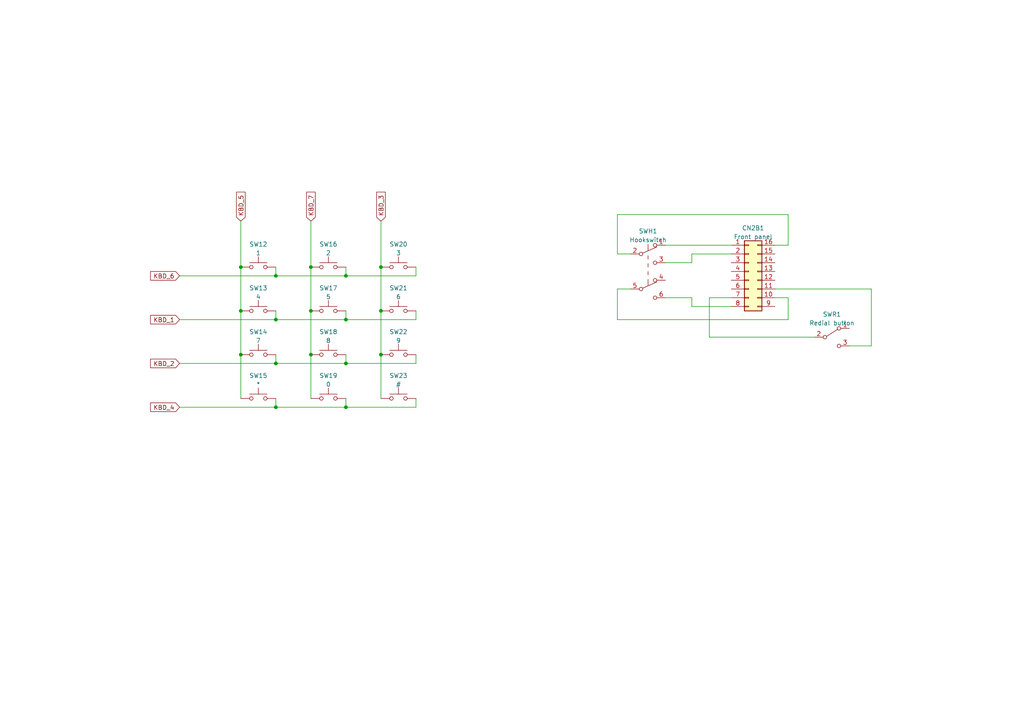
<source format=kicad_sch>
(kicad_sch (version 20231120) (generator "eeschema") (generator_version "8.0")
  (paper "A4")
  (lib_symbols
    (symbol "Connector_Generic:Conn_02x08_Counter_Clockwise" (pin_names (offset 1.016) hide)
      (property "Reference" "J" (at 1.27 10.16 0))
      (property "Value" "Conn_02x08_Counter_Clockwise" (at 1.27 -12.7 0))
      (symbol "Conn_02x08_Counter_Clockwise_1_1"
        (rectangle (start -1.27 -10.033) (end 0 -10.287) (stroke (width 0.1524)))
        (rectangle (start -1.27 -7.493) (end 0 -7.747) (stroke (width 0.1524)))
        (rectangle (start -1.27 -4.953) (end 0 -5.207) (stroke (width 0.1524)))
        (rectangle (start -1.27 -2.413) (end 0 -2.667) (stroke (width 0.1524)))
        (rectangle (start -1.27 0.127) (end 0 -0.127) (stroke (width 0.1524)))
        (rectangle (start -1.27 2.667) (end 0 2.413) (stroke (width 0.1524)))
        (rectangle (start -1.27 5.207) (end 0 4.953) (stroke (width 0.1524)))
        (rectangle (start -1.27 7.747) (end 0 7.493) (stroke (width 0.1524)))
        (rectangle (start -1.27 8.89) (end 3.81 -11.43) (stroke (width 0.254)) (fill (type background)))
        (rectangle (start 3.81 -10.033) (end 2.54 -10.287) (stroke (width 0.1524)))
        (rectangle (start 3.81 -7.493) (end 2.54 -7.747) (stroke (width 0.1524)))
        (rectangle (start 3.81 -4.953) (end 2.54 -5.207) (stroke (width 0.1524)))
        (rectangle (start 3.81 -2.413) (end 2.54 -2.667) (stroke (width 0.1524)))
        (rectangle (start 3.81 0.127) (end 2.54 -0.127) (stroke (width 0.1524)))
        (rectangle (start 3.81 2.667) (end 2.54 2.413) (stroke (width 0.1524)))
        (rectangle (start 3.81 5.207) (end 2.54 4.953) (stroke (width 0.1524)))
        (rectangle (start 3.81 7.747) (end 2.54 7.493) (stroke (width 0.1524)))
        (pin passive line (at -5.08 7.62 0) (length 3.81) (name "Pin_1") (number "1"))
        (pin passive line (at 7.62 -7.62 180) (length 3.81) (name "Pin_10") (number "10"))
        (pin passive line (at 7.62 -5.08 180) (length 3.81) (name "Pin_11") (number "11"))
        (pin passive line (at 7.62 -2.54 180) (length 3.81) (name "Pin_12") (number "12"))
        (pin passive line (at 7.62 0 180) (length 3.81) (name "Pin_13") (number "13"))
        (pin passive line (at 7.62 2.54 180) (length 3.81) (name "Pin_14") (number "14"))
        (pin passive line (at 7.62 5.08 180) (length 3.81) (name "Pin_15") (number "15"))
        (pin passive line (at 7.62 7.62 180) (length 3.81) (name "Pin_16") (number "16"))
        (pin passive line (at -5.08 5.08 0) (length 3.81) (name "Pin_2") (number "2"))
        (pin passive line (at -5.08 2.54 0) (length 3.81) (name "Pin_3") (number "3"))
        (pin passive line (at -5.08 0 0) (length 3.81) (name "Pin_4") (number "4"))
        (pin passive line (at -5.08 -2.54 0) (length 3.81) (name "Pin_5") (number "5"))
        (pin passive line (at -5.08 -5.08 0) (length 3.81) (name "Pin_6") (number "6"))
        (pin passive line (at -5.08 -7.62 0) (length 3.81) (name "Pin_7") (number "7"))
        (pin passive line (at -5.08 -10.16 0) (length 3.81) (name "Pin_8") (number "8"))
        (pin passive line (at 7.62 -10.16 180) (length 3.81) (name "Pin_9") (number "9"))
      )
    )
    (symbol "Switch:SW_Push" (pin_numbers hide) (pin_names (offset 1.016) hide)
      (property "Reference" "SW" (at 1.27 2.54 0))
      (property "Value" "SW_Push" (at 0 -1.524 0))
      (symbol "SW_Push_0_1"
        (circle (center -2.032 0) (radius 0.508))
        (polyline (pts (xy 0 1.27) (xy 0 3.048)))
        (polyline (pts (xy 2.54 1.27) (xy -2.54 1.27)))
        (circle (center 2.032 0) (radius 0.508))
        (pin passive line (at -5.08 0 0) (length 2.54) (name "1") (number "1"))
        (pin passive line (at 5.08 0 180) (length 2.54) (name "2") (number "2"))
      )
    )
    (symbol "Switch:SW_Push_DPDT" (pin_names (offset 0) hide)
      (property "Reference" "SW" (at 0 8.89 0))
      (property "Value" "SW_Push_DPDT" (at 0 -10.16 0))
      (symbol "SW_Push_DPDT_0_0"
        (circle (center -2.032 -5.08) (radius 0.508))
        (circle (center -2.032 5.08) (radius 0.508))
        (circle (center 2.032 -7.62) (radius 0.508))
        (circle (center 2.032 2.54) (radius 0.508))
      )
      (symbol "SW_Push_DPDT_0_1"
        (polyline (pts (xy -1.524 -4.826) (xy 2.54 -3.048)))
        (polyline (pts (xy -1.524 5.334) (xy 2.54 7.112)))
        (polyline (pts (xy 0 -2.286) (xy 0 -4.064)))
        (polyline (pts (xy 0 -1.016) (xy 0 0)))
        (polyline (pts (xy 0 1.27) (xy 0 2.286)))
        (polyline (pts (xy 0 3.556) (xy 0 4.572)))
        (polyline (pts (xy 0 7.874) (xy 0 6.096)))
        (circle (center 2.032 -2.54) (radius 0.508))
        (circle (center 2.032 7.62) (radius 0.508))
      )
      (symbol "SW_Push_DPDT_1_1"
        (pin passive line (at 5.08 7.62 180) (length 2.54) (name "A") (number "1"))
        (pin passive line (at -5.08 5.08 0) (length 2.54) (name "B") (number "2"))
        (pin passive line (at 5.08 2.54 180) (length 2.54) (name "C") (number "3"))
        (pin passive line (at 5.08 -2.54 180) (length 2.54) (name "A") (number "4"))
        (pin passive line (at -5.08 -5.08 0) (length 2.54) (name "B") (number "5"))
        (pin passive line (at 5.08 -7.62 180) (length 2.54) (name "C") (number "6"))
      )
    )
    (symbol "Switch:SW_SPDT" (pin_names (offset 0) hide)
      (property "Reference" "SW" (at 0 4.318 0))
      (property "Value" "SW_SPDT" (at 0 -5.08 0))
      (symbol "SW_SPDT_0_0"
        (circle (center -2.032 0) (radius 0.508))
        (circle (center 2.032 -2.54) (radius 0.508))
      )
      (symbol "SW_SPDT_0_1"
        (polyline (pts (xy -1.524 0.254) (xy 1.651 2.286)))
        (circle (center 2.032 2.54) (radius 0.508))
      )
      (symbol "SW_SPDT_1_1"
        (pin passive line (at 5.08 2.54 180) (length 2.54) (name "A") (number "1"))
        (pin passive line (at -5.08 0 0) (length 2.54) (name "B") (number "2"))
        (pin passive line (at 5.08 -2.54 180) (length 2.54) (name "C") (number "3"))
      )
    )
  )
  (junction (at 69.85 102.87))
  (junction (at 100.33 80.01))
  (junction (at 69.85 90.17))
  (junction (at 80.01 80.01))
  (junction (at 100.33 92.71))
  (junction (at 90.17 77.47))
  (junction (at 100.33 118.11))
  (junction (at 110.49 102.87))
  (junction (at 90.17 102.87))
  (junction (at 110.49 77.47))
  (junction (at 80.01 105.41))
  (junction (at 110.49 90.17))
  (junction (at 100.33 105.41))
  (junction (at 80.01 92.71))
  (junction (at 69.85 77.47))
  (junction (at 80.01 118.11))
  (junction (at 90.17 90.17))
  (wire (pts (xy 80.01 90.17) (xy 80.01 92.71)))
  (wire (pts (xy 80.01 102.87) (xy 80.01 105.41)))
  (wire (pts (xy 90.17 102.87) (xy 90.17 115.57)))
  (wire (pts (xy 252.73 83.82) (xy 252.73 100.33)))
  (wire (pts (xy 100.33 92.71) (xy 120.65 92.71)))
  (wire (pts (xy 212.09 73.66) (xy 200.66 73.66)))
  (wire (pts (xy 179.07 62.23) (xy 179.07 73.66)))
  (wire (pts (xy 200.66 76.2) (xy 200.66 73.66)))
  (wire (pts (xy 52.07 80.01) (xy 80.01 80.01)))
  (wire (pts (xy 100.33 80.01) (xy 120.65 80.01)))
  (wire (pts (xy 252.73 100.33) (xy 246.38 100.33)))
  (wire (pts (xy 193.04 86.36) (xy 200.66 86.36)))
  (wire (pts (xy 120.65 77.47) (xy 120.65 80.01)))
  (wire (pts (xy 90.17 64.135) (xy 90.17 77.47)))
  (wire (pts (xy 193.04 71.12) (xy 212.09 71.12)))
  (wire (pts (xy 80.01 105.41) (xy 100.33 105.41)))
  (wire (pts (xy 52.07 92.71) (xy 80.01 92.71)))
  (wire (pts (xy 52.07 118.11) (xy 80.01 118.11)))
  (wire (pts (xy 90.17 90.17) (xy 90.17 102.87)))
  (wire (pts (xy 228.6 71.12) (xy 228.6 62.23)))
  (wire (pts (xy 110.49 90.17) (xy 110.49 102.87)))
  (wire (pts (xy 100.33 80.01) (xy 80.01 80.01)))
  (wire (pts (xy 90.17 77.47) (xy 90.17 90.17)))
  (wire (pts (xy 224.79 71.12) (xy 228.6 71.12)))
  (wire (pts (xy 69.85 77.47) (xy 69.85 90.17)))
  (wire (pts (xy 80.01 77.47) (xy 80.01 80.01)))
  (wire (pts (xy 120.65 115.57) (xy 120.65 118.11)))
  (wire (pts (xy 224.79 86.36) (xy 228.6 86.36)))
  (wire (pts (xy 80.01 92.71) (xy 100.33 92.71)))
  (wire (pts (xy 100.33 90.17) (xy 100.33 92.71)))
  (wire (pts (xy 228.6 62.23) (xy 179.07 62.23)))
  (wire (pts (xy 120.65 90.17) (xy 120.65 92.71)))
  (wire (pts (xy 110.49 102.87) (xy 110.49 115.57)))
  (wire (pts (xy 80.01 115.57) (xy 80.01 118.11)))
  (wire (pts (xy 193.04 76.2) (xy 200.66 76.2)))
  (wire (pts (xy 205.74 86.36) (xy 212.09 86.36)))
  (wire (pts (xy 110.49 77.47) (xy 110.49 90.17)))
  (wire (pts (xy 252.73 83.82) (xy 224.79 83.82)))
  (wire (pts (xy 205.74 97.79) (xy 205.74 86.36)))
  (wire (pts (xy 200.66 88.9) (xy 212.09 88.9)))
  (wire (pts (xy 100.33 102.87) (xy 100.33 105.41)))
  (wire (pts (xy 120.65 118.11) (xy 100.33 118.11)))
  (wire (pts (xy 110.49 64.135) (xy 110.49 77.47)))
  (wire (pts (xy 120.65 102.87) (xy 120.65 105.41)))
  (wire (pts (xy 179.07 83.82) (xy 182.88 83.82)))
  (wire (pts (xy 100.33 118.11) (xy 80.01 118.11)))
  (wire (pts (xy 100.33 115.57) (xy 100.33 118.11)))
  (wire (pts (xy 69.85 102.87) (xy 69.85 115.57)))
  (wire (pts (xy 228.6 86.36) (xy 228.6 92.71)))
  (wire (pts (xy 69.85 90.17) (xy 69.85 102.87)))
  (wire (pts (xy 228.6 92.71) (xy 179.07 92.71)))
  (wire (pts (xy 52.07 105.41) (xy 80.01 105.41)))
  (wire (pts (xy 179.07 92.71) (xy 179.07 83.82)))
  (wire (pts (xy 200.66 86.36) (xy 200.66 88.9)))
  (wire (pts (xy 100.33 77.47) (xy 100.33 80.01)))
  (wire (pts (xy 120.65 105.41) (xy 100.33 105.41)))
  (wire (pts (xy 236.22 97.79) (xy 205.74 97.79)))
  (wire (pts (xy 69.85 64.135) (xy 69.85 77.47)))
  (wire (pts (xy 179.07 73.66) (xy 182.88 73.66)))
  (global_label "KBD_4" (shape input) (at 52.07 118.11 180) (property "Intersheetrefs" "${INTERSHEET_REFS}" (effects (hide yes))))
  (global_label "KBD_5" (shape input) (at 69.85 64.135 90) (property "Intersheetrefs" "${INTERSHEET_REFS}" (effects (hide yes))))
  (global_label "KBD_3" (shape input) (at 110.49 64.135 90) (property "Intersheetrefs" "${INTERSHEET_REFS}" (effects (hide yes))))
  (global_label "KBD_7" (shape input) (at 90.17 64.135 90) (property "Intersheetrefs" "${INTERSHEET_REFS}" (effects (hide yes))))
  (global_label "KBD_1" (shape input) (at 52.07 92.71 180) (property "Intersheetrefs" "${INTERSHEET_REFS}" (effects (hide yes))))
  (global_label "KBD_2" (shape input) (at 52.07 105.41 180) (property "Intersheetrefs" "${INTERSHEET_REFS}" (effects (hide yes))))
  (global_label "KBD_6" (shape input) (at 52.07 80.01 180) (property "Intersheetrefs" "${INTERSHEET_REFS}" (effects (hide yes))))
  (symbol (lib_id "Switch:SW_Push") (at 95.25 115.57 0) (unit 1)
    (property "Reference" "SW19" (at 95.25 108.9492 0))
    (property "Value" "0" (at 95.25 111.4861 0))
  )
  (symbol (lib_id "Switch:SW_Push") (at 115.57 90.17 0) (unit 1)
    (property "Reference" "SW21" (at 115.57 83.5492 0))
    (property "Value" "6" (at 115.57 86.0861 0))
  )
  (symbol (lib_id "Switch:SW_Push") (at 95.25 102.87 0) (unit 1)
    (property "Reference" "SW18" (at 95.25 96.2492 0))
    (property "Value" "8" (at 95.25 98.7861 0))
  )
  (symbol (lib_id "Switch:SW_Push") (at 115.57 77.47 0) (unit 1)
    (property "Reference" "SW20" (at 115.57 70.8492 0))
    (property "Value" "3" (at 115.57 73.3861 0))
  )
  (symbol (lib_id "Switch:SW_Push") (at 74.93 90.17 0) (unit 1)
    (property "Reference" "SW13" (at 74.93 83.5492 0))
    (property "Value" "4" (at 74.93 86.0861 0))
  )
  (symbol (lib_id "Switch:SW_Push") (at 115.57 115.57 0) (unit 1)
    (property "Reference" "SW23" (at 115.57 108.9492 0))
    (property "Value" "#" (at 115.57 111.4861 0))
  )
  (symbol (lib_id "Switch:SW_SPDT") (at 241.3 97.79 0) (unit 1)
    (property "Reference" "SWR1" (at 241.3 91.1692 0))
    (property "Value" "Redial button" (at 241.3 93.7061 0))
  )
  (symbol (lib_id "Switch:SW_Push") (at 74.93 115.57 0) (unit 1)
    (property "Reference" "SW15" (at 74.93 108.9492 0))
    (property "Value" "*" (at 74.93 111.4861 0))
  )
  (symbol (lib_id "Switch:SW_Push") (at 74.93 77.47 0) (unit 1)
    (property "Reference" "SW12" (at 74.93 70.8492 0))
    (property "Value" "1" (at 74.93 73.3861 0))
  )
  (symbol (lib_id "Switch:SW_Push") (at 95.25 77.47 0) (unit 1)
    (property "Reference" "SW16" (at 95.25 70.8492 0))
    (property "Value" "2" (at 95.25 73.3861 0))
  )
  (symbol (lib_id "Connector_Generic:Conn_02x08_Counter_Clockwise") (at 217.17 78.74 0) (unit 1)
    (property "Reference" "CN2B1" (at 218.44 66.1502 0))
    (property "Value" "Front panel" (at 218.44 68.6871 0))
  )
  (symbol (lib_id "Switch:SW_Push") (at 74.93 102.87 0) (unit 1)
    (property "Reference" "SW14" (at 74.93 96.2492 0))
    (property "Value" "7" (at 74.93 98.7861 0))
  )
  (symbol (lib_id "Switch:SW_Push_DPDT") (at 187.96 78.74 0) (unit 1)
    (property "Reference" "SWH1" (at 187.96 67.0392 0))
    (property "Value" "Hookswitch" (at 187.96 69.5761 0))
  )
  (symbol (lib_id "Switch:SW_Push") (at 115.57 102.87 0) (unit 1)
    (property "Reference" "SW22" (at 115.57 96.2492 0))
    (property "Value" "9" (at 115.57 98.7861 0))
  )
  (symbol (lib_id "Switch:SW_Push") (at 95.25 90.17 0) (unit 1)
    (property "Reference" "SW17" (at 95.25 83.5492 0))
    (property "Value" "5" (at 95.25 86.0861 0))
  )
)
</source>
